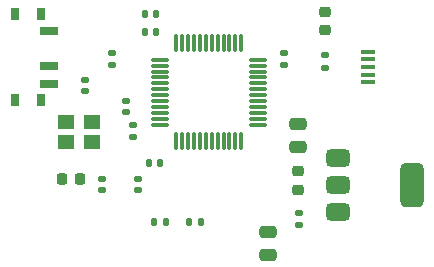
<source format=gbr>
%TF.GenerationSoftware,KiCad,Pcbnew,8.0.0*%
%TF.CreationDate,2024-03-18T00:14:30+05:30*%
%TF.ProjectId,STM,53544d2e-6b69-4636-9164-5f7063625858,rev?*%
%TF.SameCoordinates,Original*%
%TF.FileFunction,Paste,Top*%
%TF.FilePolarity,Positive*%
%FSLAX46Y46*%
G04 Gerber Fmt 4.6, Leading zero omitted, Abs format (unit mm)*
G04 Created by KiCad (PCBNEW 8.0.0) date 2024-03-18 00:14:30*
%MOMM*%
%LPD*%
G01*
G04 APERTURE LIST*
G04 Aperture macros list*
%AMRoundRect*
0 Rectangle with rounded corners*
0 $1 Rounding radius*
0 $2 $3 $4 $5 $6 $7 $8 $9 X,Y pos of 4 corners*
0 Add a 4 corners polygon primitive as box body*
4,1,4,$2,$3,$4,$5,$6,$7,$8,$9,$2,$3,0*
0 Add four circle primitives for the rounded corners*
1,1,$1+$1,$2,$3*
1,1,$1+$1,$4,$5*
1,1,$1+$1,$6,$7*
1,1,$1+$1,$8,$9*
0 Add four rect primitives between the rounded corners*
20,1,$1+$1,$2,$3,$4,$5,0*
20,1,$1+$1,$4,$5,$6,$7,0*
20,1,$1+$1,$6,$7,$8,$9,0*
20,1,$1+$1,$8,$9,$2,$3,0*%
G04 Aperture macros list end*
%ADD10R,0.800000X1.000000*%
%ADD11R,1.500000X0.700000*%
%ADD12RoundRect,0.140000X0.140000X0.170000X-0.140000X0.170000X-0.140000X-0.170000X0.140000X-0.170000X0*%
%ADD13RoundRect,0.135000X0.185000X-0.135000X0.185000X0.135000X-0.185000X0.135000X-0.185000X-0.135000X0*%
%ADD14RoundRect,0.218750X0.256250X-0.218750X0.256250X0.218750X-0.256250X0.218750X-0.256250X-0.218750X0*%
%ADD15RoundRect,0.250000X0.475000X-0.250000X0.475000X0.250000X-0.475000X0.250000X-0.475000X-0.250000X0*%
%ADD16RoundRect,0.218750X-0.218750X-0.256250X0.218750X-0.256250X0.218750X0.256250X-0.218750X0.256250X0*%
%ADD17RoundRect,0.140000X0.170000X-0.140000X0.170000X0.140000X-0.170000X0.140000X-0.170000X-0.140000X0*%
%ADD18RoundRect,0.375000X-0.625000X-0.375000X0.625000X-0.375000X0.625000X0.375000X-0.625000X0.375000X0*%
%ADD19RoundRect,0.500000X-0.500000X-1.400000X0.500000X-1.400000X0.500000X1.400000X-0.500000X1.400000X0*%
%ADD20RoundRect,0.140000X-0.170000X0.140000X-0.170000X-0.140000X0.170000X-0.140000X0.170000X0.140000X0*%
%ADD21RoundRect,0.135000X-0.135000X-0.185000X0.135000X-0.185000X0.135000X0.185000X-0.135000X0.185000X0*%
%ADD22RoundRect,0.225000X-0.250000X0.225000X-0.250000X-0.225000X0.250000X-0.225000X0.250000X0.225000X0*%
%ADD23RoundRect,0.140000X-0.140000X-0.170000X0.140000X-0.170000X0.140000X0.170000X-0.140000X0.170000X0*%
%ADD24RoundRect,0.075000X-0.662500X-0.075000X0.662500X-0.075000X0.662500X0.075000X-0.662500X0.075000X0*%
%ADD25RoundRect,0.075000X-0.075000X-0.662500X0.075000X-0.662500X0.075000X0.662500X-0.075000X0.662500X0*%
%ADD26RoundRect,0.135000X-0.185000X0.135000X-0.185000X-0.135000X0.185000X-0.135000X0.185000X0.135000X0*%
%ADD27R,1.300000X0.450000*%
%ADD28R,1.400000X1.200000*%
G04 APERTURE END LIST*
D10*
%TO.C,SW1*%
X21010000Y-23200000D03*
X18800000Y-23200000D03*
X21010000Y-30500000D03*
X18800000Y-30500000D03*
D11*
X21660000Y-24600000D03*
X21660000Y-27600000D03*
X21660000Y-29100000D03*
%TD*%
D12*
%TO.C,C8*%
X31080000Y-35800000D03*
X30120000Y-35800000D03*
%TD*%
D13*
%TO.C,R1*%
X26990000Y-27520000D03*
X26990000Y-26500000D03*
%TD*%
D14*
%TO.C,D1*%
X42750000Y-38075000D03*
X42750000Y-36500000D03*
%TD*%
D15*
%TO.C,C9*%
X40250000Y-43562500D03*
X40250000Y-41662500D03*
%TD*%
D16*
%TO.C,FB1*%
X22750000Y-37162500D03*
X24325000Y-37162500D03*
%TD*%
D17*
%TO.C,C6*%
X26200000Y-38080000D03*
X26200000Y-37120000D03*
%TD*%
D18*
%TO.C,U1*%
X46100000Y-35362500D03*
X46100000Y-37662500D03*
D19*
X52400000Y-37662500D03*
D18*
X46100000Y-39962500D03*
%TD*%
D17*
%TO.C,C7*%
X29250000Y-38122500D03*
X29250000Y-37162500D03*
%TD*%
D15*
%TO.C,C10*%
X42750000Y-34400000D03*
X42750000Y-32500000D03*
%TD*%
D20*
%TO.C,C5*%
X24750000Y-28770000D03*
X24750000Y-29730000D03*
%TD*%
%TO.C,C11*%
X28200000Y-31480000D03*
X28200000Y-30520000D03*
%TD*%
D21*
%TO.C,R5*%
X33490000Y-40800000D03*
X34510000Y-40800000D03*
%TD*%
D22*
%TO.C,C1*%
X45000000Y-23000000D03*
X45000000Y-24550000D03*
%TD*%
D23*
%TO.C,C3*%
X29770000Y-23200000D03*
X30730000Y-23200000D03*
%TD*%
D24*
%TO.C,U2*%
X31037500Y-27050000D03*
X31037500Y-27550000D03*
X31037500Y-28050000D03*
X31037500Y-28550000D03*
X31037500Y-29050000D03*
X31037500Y-29550000D03*
X31037500Y-30050000D03*
X31037500Y-30550000D03*
X31037500Y-31050000D03*
X31037500Y-31550000D03*
X31037500Y-32050000D03*
X31037500Y-32550000D03*
D25*
X32450000Y-33962500D03*
X32950000Y-33962500D03*
X33450000Y-33962500D03*
X33950000Y-33962500D03*
X34450000Y-33962500D03*
X34950000Y-33962500D03*
X35450000Y-33962500D03*
X35950000Y-33962500D03*
X36450000Y-33962500D03*
X36950000Y-33962500D03*
X37450000Y-33962500D03*
X37950000Y-33962500D03*
D24*
X39362500Y-32550000D03*
X39362500Y-32050000D03*
X39362500Y-31550000D03*
X39362500Y-31050000D03*
X39362500Y-30550000D03*
X39362500Y-30050000D03*
X39362500Y-29550000D03*
X39362500Y-29050000D03*
X39362500Y-28550000D03*
X39362500Y-28050000D03*
X39362500Y-27550000D03*
X39362500Y-27050000D03*
D25*
X37950000Y-25637500D03*
X37450000Y-25637500D03*
X36950000Y-25637500D03*
X36450000Y-25637500D03*
X35950000Y-25637500D03*
X35450000Y-25637500D03*
X34950000Y-25637500D03*
X34450000Y-25637500D03*
X33950000Y-25637500D03*
X33450000Y-25637500D03*
X32950000Y-25637500D03*
X32450000Y-25637500D03*
%TD*%
D20*
%TO.C,C12*%
X28800000Y-32600000D03*
X28800000Y-33560000D03*
%TD*%
D23*
%TO.C,C4*%
X29770000Y-24662500D03*
X30730000Y-24662500D03*
%TD*%
D26*
%TO.C,R2*%
X42800000Y-40000000D03*
X42800000Y-41020000D03*
%TD*%
D20*
%TO.C,C2*%
X41600000Y-27480000D03*
X41600000Y-26520000D03*
%TD*%
D27*
%TO.C,J1*%
X48650000Y-28962500D03*
X48650000Y-28312500D03*
X48650000Y-27662500D03*
X48650000Y-27012500D03*
X48650000Y-26362500D03*
%TD*%
D21*
%TO.C,R4*%
X30600000Y-40800000D03*
X31620000Y-40800000D03*
%TD*%
D28*
%TO.C,Y1*%
X23100000Y-34050000D03*
X25300000Y-34050000D03*
X25300000Y-32350000D03*
X23100000Y-32350000D03*
%TD*%
D13*
%TO.C,R3*%
X45000000Y-27710000D03*
X45000000Y-26690000D03*
%TD*%
M02*

</source>
